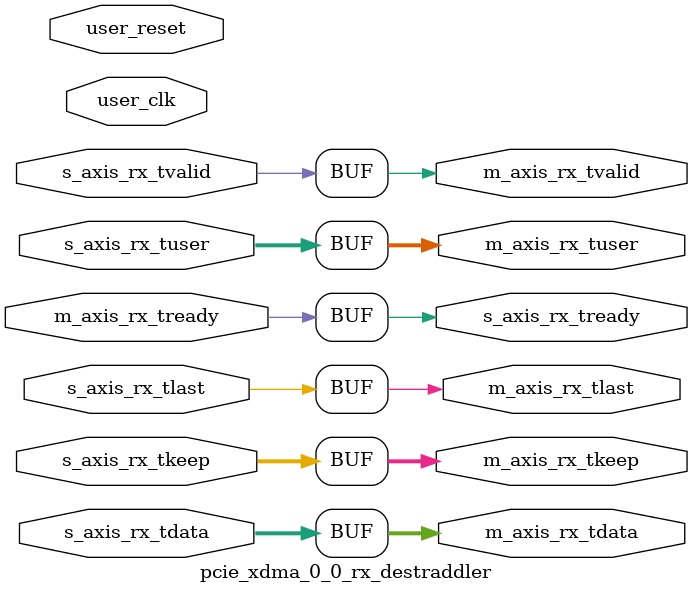
<source format=sv>


`timescale 1ps/1ps

module pcie_xdma_0_0_rx_destraddler #(
  parameter C_AXI_DATA_WIDTH = 64,                     // RX/TX interface data width
  parameter C_KEEP_WIDTH     = C_AXI_DATA_WIDTH/8,     // TKEEP width
  parameter TCQ              = 1                       // Clock to Q time

  ) (

  input                         user_clk,
  input                         user_reset,

  //-------------------------------------------------
  // AXI-S RX Interface from PCIe Hard Block
  //-------------------------------------------------
  input  [C_AXI_DATA_WIDTH-1:0] s_axis_rx_tdata,       // RX data
  input                         s_axis_rx_tvalid,      // RX data is valid
  output reg                    s_axis_rx_tready,      // RX ready for data
  input      [C_KEEP_WIDTH-1:0] s_axis_rx_tkeep,       // RX strobe byte enables
  input                         s_axis_rx_tlast,       // RX data is last
  input                  [21:0] s_axis_rx_tuser,       // RX user signals

  //-------------------------------------------------
  // AXI-S RX Interface to RX Demux
  //-------------------------------------------------
  output reg [C_AXI_DATA_WIDTH-1:0] m_axis_rx_tdata,       // RX data
  output reg                        m_axis_rx_tvalid,      // RX data is valid
  input                             m_axis_rx_tready,      // RX ready for data
  output reg    [C_KEEP_WIDTH-1:0]  m_axis_rx_tkeep,       // RX strobe byte enables
  output reg                        m_axis_rx_tlast,       // RX data is last
  output reg                [21:0]  m_axis_rx_tuser        // RX user signals

);

generate
if(C_AXI_DATA_WIDTH == 128) begin : data_width_128

  // Local parameters

  localparam NORMAL_PACKET    = 2'b00;
  localparam STRADDLED_PACKET = 2'b01;
  localparam THROTTLE_TLP     = 2'b10;

  // Wire and Register Declarations

  reg [1:0]  state;
  reg [63:0] prev_data_half;
  reg [7:0]  prev_keep_half;
  reg [21:0] prev_user_half;


  always @(posedge user_clk) begin

    if (user_reset) begin

      state <= #TCQ NORMAL_PACKET;

    end else begin

      if (m_axis_rx_tready) begin

        // Store higher DWs in case it's straddled packet
        prev_data_half <= #TCQ s_axis_rx_tdata[127:64];
        prev_keep_half <= #TCQ s_axis_rx_tkeep[15:8];
        prev_user_half <= #TCQ s_axis_rx_tuser;

        case (state)

        NORMAL_PACKET: begin

          if (s_axis_rx_tuser[14] && s_axis_rx_tuser[13]) begin // SOF && Start @ DW2/3

            state           <= #TCQ STRADDLED_PACKET;

          end

        end // NORMAL_PACKET

        STRADDLED_PACKET: begin

          if (s_axis_rx_tuser[21] && !s_axis_rx_tuser[14]) begin // EOF && !SOF

            if (s_axis_rx_tuser[20]) begin          // EOF @ DW2/3
              state           <= #TCQ THROTTLE_TLP;
            end else begin                          // EOF @ DW0/1
              state           <= #TCQ NORMAL_PACKET;
            end

          end // EOF && !SOF

          // Note for all possible conditions in this state:
          // else if EOF && SOF  : SOF can only start @ DW2/3, so EOF can only be @ DW0/1. Stay in this state
          // else if !EOF && SOF : Will never have SOF only in this state. Stay in this state
          // else if !EOF && !SOF: No change. Stay in this state

        end // STRADDLED_PACKET

        THROTTLE_TLP: begin

          state <= #TCQ NORMAL_PACKET;

        end // THROTTLE_TLP

        default: begin

          state <= #TCQ NORMAL_PACKET;

        end // default

        endcase

      end // s_axis_rx_tready
    end // reset
  end // always

  always @(*) begin

      case (state)

      NORMAL_PACKET: begin

        m_axis_rx_tdata  = s_axis_rx_tdata;
        m_axis_rx_tvalid = s_axis_rx_tvalid;
        s_axis_rx_tready = m_axis_rx_tready;
        m_axis_rx_tkeep  =   (s_axis_rx_tuser[20:19] == 2'b00) ? 16'h000F :
                           ( (s_axis_rx_tuser[20:19] == 2'b01) ? 16'h00FF :
                           ( (s_axis_rx_tuser[20:19] == 2'b10) ? 16'h0FFF :
                                                                 16'hFFFF ));

        m_axis_rx_tlast  = s_axis_rx_tuser[21];

        // If EOF or (EOF and SOF), zero out SOF field. If SOF, the EOF field is already zero in this state
        m_axis_rx_tuser  = s_axis_rx_tuser[21] ? ( {s_axis_rx_tuser[21:15], 5'b0, s_axis_rx_tuser[9:0]} ) :
                                                 ( s_axis_rx_tuser                                      ) ;

      end

      STRADDLED_PACKET: begin

        m_axis_rx_tdata  = {s_axis_rx_tdata[63:0], prev_data_half};
        m_axis_rx_tvalid = s_axis_rx_tvalid;
        s_axis_rx_tready = m_axis_rx_tready;

        m_axis_rx_tkeep  = { ((s_axis_rx_tuser[20:19] == 2'b00) ? 8'h0F : 8'hFF),
                             8'hFF
                           };

      //  m_axis_rx_tlast  = (s_axis_rx_tuser[21] && s_axis_rx_tuser[20]) ? 1'b0 : 1'b1;
         m_axis_rx_tlast  = s_axis_rx_tuser[20] ? 1'b0 : 1'b1;

        // If SOF seen previously, zero out EOF. If EOF or (EOF and SOF) currently, zero out SOF field.
        m_axis_rx_tuser  = prev_user_half[14] ? {5'b0, prev_user_half[16:0]} :
                                                ( s_axis_rx_tuser[21] ? ( {s_axis_rx_tuser[21:15], 5'b0, s_axis_rx_tuser[9:0]} ) :
                                                                        ( s_axis_rx_tuser                                      )
                                                );

      end

      THROTTLE_TLP: begin

        m_axis_rx_tdata  = {64'h0, prev_data_half};
        m_axis_rx_tvalid = 1'b1;
        s_axis_rx_tready = 1'b0;

        m_axis_rx_tkeep  = { 8'h0, 
                             ((prev_user_half[20:19] == 2'b10) ? 8'h0F : 8'hFF)
                           };

        m_axis_rx_tlast  = 1'b1;
        m_axis_rx_tuser  = {prev_user_half[21:15], 5'b0, prev_user_half[9:0]}; // Zero out SOF field

      end

      default: begin

        m_axis_rx_tdata  = s_axis_rx_tdata;
        m_axis_rx_tvalid = s_axis_rx_tvalid;
        s_axis_rx_tready = m_axis_rx_tready;
        m_axis_rx_tkeep  = s_axis_rx_tkeep;
        m_axis_rx_tlast  = s_axis_rx_tuser[21];
        m_axis_rx_tuser  = s_axis_rx_tuser;

      end

      endcase

  end // always

end // data_width_128
else begin: data_width_64

  // No straddling in 64-bit mode. Pass through all signals as is
  always @(*) begin

    m_axis_rx_tdata  = s_axis_rx_tdata;
    m_axis_rx_tvalid = s_axis_rx_tvalid;
    s_axis_rx_tready = m_axis_rx_tready;
    m_axis_rx_tkeep  = s_axis_rx_tkeep;
    m_axis_rx_tlast  = s_axis_rx_tlast;
    m_axis_rx_tuser  = s_axis_rx_tuser;

  end // always

end // data_width_64
endgenerate

endmodule

</source>
